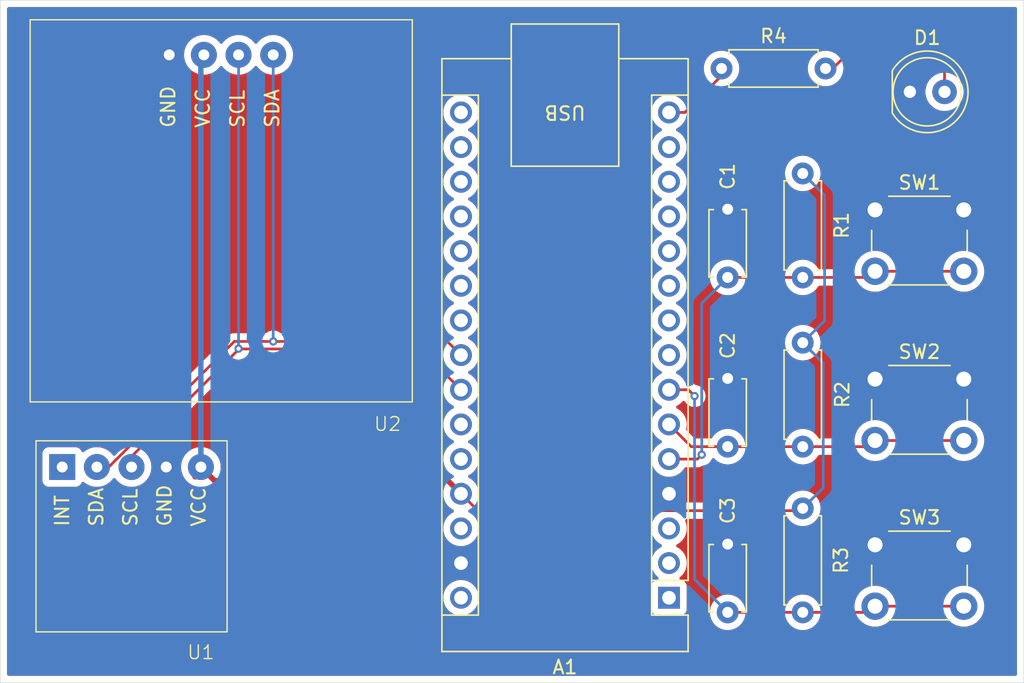
<source format=kicad_pcb>
(kicad_pcb (version 20241229) (generator "pcbnew") (generator_version "9.0")
  (layers (0 "F.Cu" signal "Front") (4 "In1.Cu" signal) (6 "In2.Cu" signal) (2 "B.Cu" signal "Back") (13 "F.Paste" user) (15 "B.Paste" user) (5 "F.SilkS" user "F.Silkscreen") (7 "B.SilkS" user "B.Silkscreen") (1 "F.Mask" user) (3 "B.Mask" user) (25 "Edge.Cuts" user))
  (net 0 "")
  (net 2 "GND")
  (net 3 "SCL")
  (net 5 "Net-(A1-D12)")
  (net 12 "D4")
  (net 14 "SDA")
  (net 15 "D2")
  (net 19 "+5V")
  (net 26 "D3")
  (net 30 "Net-(D1-A)")
  (footprint "Resistor_THT:R_Axial_DIN0207_L6.3mm_D2.5mm_P7.62mm_Horizontal" (layer "F.Cu") (at 174.8 115.23 -90)
    (property "Reference" "R3" (at 3.81 -2.8 90) (layer "F.SilkS"))
    (property "Value" "1K")
    (fp_line (start 0.54 1.37) (end 7.08 1.37) (stroke (width 0.12)) (layer "F.SilkS"))
    (fp_line (start 7.08 1.37) (end 7.08 1.04) (stroke (width 0.12)) (layer "F.SilkS"))
    (fp_line (start 0.54 1.04) (end 0.54 1.37) (stroke (width 0.12)) (layer "F.SilkS"))
    (fp_line (start 0.54 -1.04) (end 0.54 -1.37) (stroke (width 0.12)) (layer "F.SilkS"))
    (fp_line (start 0.54 -1.37) (end 7.08 -1.37) (stroke (width 0.12)) (layer "F.SilkS"))
    (fp_line (start 7.08 -1.37) (end 7.08 -1.04) (stroke (width 0.12)) (layer "F.SilkS"))
    (pad "1" thru_hole circle (at 0 0 270) (size 1.6 1.6) (drill 0.8) (layers "*.Cu" "*.Mask") (net 19 "+5V"))
    (pad "2" thru_hole circle (at 7.62 0 270) (size 1.6 1.6) (drill 0.8) (layers "*.Cu" "*.Mask") (net 12 "D4"))
  )
  (footprint "Resistor_THT:R_Axial_DIN0207_L6.3mm_D2.5mm_P7.62mm_Horizontal" (layer "F.Cu") (at 168.85 83)
    (property "Reference" "R4" (at 3.81 -2.37 0) (layer "F.SilkS"))
    (property "Value" "1K")
    (fp_line (start 0.54 -1.37) (end 7.08 -1.37) (stroke (width 0.12)) (layer "F.SilkS"))
    (fp_line (start 0.54 -1.04) (end 0.54 -1.37) (stroke (width 0.12)) (layer "F.SilkS"))
    (fp_line (start 0.54 1.04) (end 0.54 1.37) (stroke (width 0.12)) (layer "F.SilkS"))
    (fp_line (start 0.54 1.37) (end 7.08 1.37) (stroke (width 0.12)) (layer "F.SilkS"))
    (fp_line (start 7.08 -1.37) (end 7.08 -1.04) (stroke (width 0.12)) (layer "F.SilkS"))
    (fp_line (start 7.08 1.37) (end 7.08 1.04) (stroke (width 0.12)) (layer "F.SilkS"))
    (pad "1" thru_hole circle (at 0 0) (size 1.6 1.6) (drill 0.8) (layers "*.Cu" "*.Mask") (net 5 "Net-(A1-D12)"))
    (pad "2" thru_hole circle (at 7.62 0) (size 1.6 1.6) (drill 0.8) (layers "*.Cu" "*.Mask") (net 30 "Net-(D1-A)"))
  )
  (footprint "Resistor_THT:R_Axial_DIN0207_L6.3mm_D2.5mm_P7.62mm_Horizontal" (layer "F.Cu") (at 174.8 90.69 -90)
    (property "Reference" "R1" (at 3.81 -2.85 90) (layer "F.SilkS"))
    (property "Value" "1K")
    (fp_line (start 0.54 1.37) (end 7.08 1.37) (stroke (width 0.12)) (layer "F.SilkS"))
    (fp_line (start 7.08 1.37) (end 7.08 1.04) (stroke (width 0.12)) (layer "F.SilkS"))
    (fp_line (start 0.54 1.04) (end 0.54 1.37) (stroke (width 0.12)) (layer "F.SilkS"))
    (fp_line (start 0.54 -1.04) (end 0.54 -1.37) (stroke (width 0.12)) (layer "F.SilkS"))
    (fp_line (start 0.54 -1.37) (end 7.08 -1.37) (stroke (width 0.12)) (layer "F.SilkS"))
    (fp_line (start 7.08 -1.37) (end 7.08 -1.04) (stroke (width 0.12)) (layer "F.SilkS"))
    (pad "1" thru_hole circle (at 0 0 270) (size 1.6 1.6) (drill 0.8) (layers "*.Cu" "*.Mask") (net 19 "+5V"))
    (pad "2" thru_hole circle (at 7.62 0 270) (size 1.6 1.6) (drill 0.8) (layers "*.Cu" "*.Mask") (net 15 "D2"))
  )
  (footprint "spo2_stuff:SSD1306" (layer "F.Cu") (at 132.19 93.43)
    (property "Reference" "U2" (at 12.192 15.621 0) (layer "F.SilkS") (effects (font (thickness 0.1))))
    (property "Value" "SSD1306")
    (fp_line (start -14 -14) (end 14 -14) (stroke (width 0.1)) (layer "F.SilkS"))
    (fp_line (start -14 14) (end -14 -14) (stroke (width 0.1)) (layer "F.SilkS"))
    (fp_line (start 14 -14) (end 14 14) (stroke (width 0.1)) (layer "F.SilkS"))
    (fp_line (start 14 14) (end -14 14) (stroke (width 0.1)) (layer "F.SilkS"))
    (fp_text user "VCC" (at -0.762 -6 90) (layer "F.SilkS") (effects (justify left bottom)))
    (fp_text user "SDA" (at 4.318 -6 90) (layer "F.SilkS") (effects (justify left bottom)))
    (fp_text user "GND" (at -3.302 -6 90) (layer "F.SilkS") (effects (justify left bottom)))
    (fp_text user "SCL" (at 1.778 -6 90) (layer "F.SilkS") (effects (justify left bottom)))
    (pad "1" thru_hole rect (at -3.81 -11.43) (size 1.905 1.905) (drill 0.8) (layers "*.Cu" "*.Mask") (net 2 "GND"))
    (pad "2" thru_hole circle (at -1.27 -11.43) (size 1.905 1.905) (drill 0.8) (layers "*.Cu" "*.Mask") (net 19 "+5V"))
    (pad "3" thru_hole circle (at 1.27 -11.43) (size 1.905 1.905) (drill 0.8) (layers "*.Cu" "*.Mask") (net 3 "SCL"))
    (pad "4" thru_hole circle (at 3.81 -11.43) (size 1.905 1.905) (drill 0.8) (layers "*.Cu" "*.Mask") (net 14 "SDA"))
  )
  (footprint "Capacitor_THT:C_Disc_D4.7mm_W2.5mm_P5.00mm" (layer "F.Cu") (at 169.3 98.31 90)
    (property "Reference" "C1" (at 7.4 0 90) (layer "F.SilkS"))
    (property "Value" "100n")
    (fp_line (start 4.97 -1.37) (end 4.97 -1.04) (stroke (width 0.12)) (layer "F.SilkS"))
    (fp_line (start 0.03 -1.37) (end 4.97 -1.37) (stroke (width 0.12)) (layer "F.SilkS"))
    (fp_line (start 0.03 -1.37) (end 0.03 -1.04) (stroke (width 0.12)) (layer "F.SilkS"))
    (fp_line (start 4.97 1.04) (end 4.97 1.37) (stroke (width 0.12)) (layer "F.SilkS"))
    (fp_line (start 0.03 1.04) (end 0.03 1.37) (stroke (width 0.12)) (layer "F.SilkS"))
    (fp_line (start 0.03 1.37) (end 4.97 1.37) (stroke (width 0.12)) (layer "F.SilkS"))
    (pad "1" thru_hole circle (at 0 0 90) (size 1.6 1.6) (drill 0.8) (layers "*.Cu" "*.Mask") (net 15 "D2"))
    (pad "2" thru_hole circle (at 5 0 90) (size 1.6 1.6) (drill 0.8) (layers "*.Cu" "*.Mask") (net 2 "GND"))
  )
  (footprint "spo2_stuff:MAX30102_MODULE" (layer "F.Cu") (at 125.62 117.28)
    (property "Reference" "U1" (at 5.08 8.5 0) (layer "F.SilkS") (effects (font (thickness 0.1))))
    (property "Value" "MAX30102")
    (fp_line (start -7 -7) (end 7 -7) (stroke (width 0.1)) (layer "F.SilkS"))
    (fp_line (start -7 7) (end -7 -7) (stroke (width 0.1)) (layer "F.SilkS"))
    (fp_line (start 7 -7) (end 7 7) (stroke (width 0.1)) (layer "F.SilkS"))
    (fp_line (start 7 7) (end -7 7) (stroke (width 0.1)) (layer "F.SilkS"))
    (fp_text user "GND" (at 3 -0.635 90) (layer "F.SilkS") (effects (justify left bottom)))
    (fp_text user "SDA" (at -2 -0.635 90) (layer "F.SilkS") (effects (justify left bottom)))
    (fp_text user "SCL" (at 0.5 -0.635 90) (layer "F.SilkS") (effects (justify left bottom)))
    (fp_text user "INT" (at -4.5 -0.635 90) (layer "F.SilkS") (effects (justify left bottom)))
    (fp_text user "VCC" (at 5.5 -0.635 90) (layer "F.SilkS") (effects (justify left bottom)))
    (pad "1" thru_hole rect (at -5.08 -5.08) (size 1.905 1.905) (drill 0.8) (layers "*.Cu" "*.Mask"))
    (pad "2" thru_hole circle (at -2.54 -5.08) (size 1.905 1.905) (drill 0.8) (layers "*.Cu" "*.Mask") (net 14 "SDA"))
    (pad "3" thru_hole circle (at 0 -5.08 0.8) (size 1.905 1.905) (drill 0.8) (layers "*.Cu" "*.Mask") (net 3 "SCL"))
    (pad "4" thru_hole circle (at 2.54 -5.08 0.8) (size 1.905 1.905) (drill 0.8) (layers "*.Cu" "*.Mask") (net 2 "GND"))
    (pad "5" thru_hole circle (at 5.08 -5.08) (size 1.905 1.905) (drill 0.8) (layers "*.Cu" "*.Mask") (net 19 "+5V"))
  )
  (footprint "LED_THT:LED_D5.0mm" (layer "F.Cu") (at 182.65 84.71)
    (property "Reference" "D1" (at 1.27 -3.96 0) (layer "F.SilkS"))
    (property "Value" "LED")
    (fp_line (start -1.29 -1.545) (end -1.29 1.545) (stroke (width 0.12)) (layer "F.SilkS"))
    (fp_arc (start -1.29 -1.54483) (mid 2.071779 -2.880495) (end 4.26 0) (stroke (width 0.12)) (layer "F.SilkS"))
    (fp_arc (start 4.26 0) (mid 2.071779 2.880495) (end -1.29 1.54483) (stroke (width 0.12)) (layer "F.SilkS"))
    (fp_circle (center 1.27 0) (end 3.77 0) (stroke (width 0.12)) (fill no) (layer "F.SilkS"))
    (pad "1" thru_hole rect (at 0 0) (size 1.8 1.8) (drill 0.9) (layers "*.Cu" "*.Mask") (net 2 "GND"))
    (pad "2" thru_hole circle (at 2.54 0) (size 1.8 1.8) (drill 0.9) (layers "*.Cu" "*.Mask") (net 30 "Net-(D1-A)"))
  )
  (footprint "Module:Arduino_Nano" (layer "F.Cu") (at 165 121.78 180)
    (property "Reference" "A1" (at 7.62 -5.08 0) (layer "F.SilkS"))
    (property "Value" "Arduino_Nano_v3.x")
    (fp_line (start 16.64 39.5) (end 16.64 -3.94) (stroke (width 0.12)) (layer "F.SilkS"))
    (fp_line (start 16.64 39.5) (end 11.56 39.5) (stroke (width 0.12)) (layer "F.SilkS"))
    (fp_line (start 16.64 -3.94) (end -1.4 -3.94) (stroke (width 0.12)) (layer "F.SilkS"))
    (fp_line (start 13.97 36.83) (end 16.64 36.83) (stroke (width 0.12)) (layer "F.SilkS"))
    (fp_line (start 13.97 -1.27) (end 16.64 -1.27) (stroke (width 0.12)) (layer "F.SilkS"))
    (fp_line (start 13.97 -1.27) (end 13.97 36.83) (stroke (width 0.12)) (layer "F.SilkS"))
    (fp_line (start 11.56 42.04) (end 3.68 42.04) (stroke (width 0.12)) (layer "F.SilkS"))
    (fp_line (start 11.56 31.62) (end 11.56 42.04) (stroke (width 0.12)) (layer "F.SilkS"))
    (fp_line (start 3.68 42.04) (end 3.68 31.62) (stroke (width 0.12)) (layer "F.SilkS"))
    (fp_line (start 3.68 31.62) (end 11.56 31.62) (stroke (width 0.12)) (layer "F.SilkS"))
    (fp_line (start 1.27 36.83) (end -1.4 36.83) (stroke (width 0.12)) (layer "F.SilkS"))
    (fp_line (start 1.27 1.27) (end 1.27 36.83) (stroke (width 0.12)) (layer "F.SilkS"))
    (fp_line (start 1.27 1.27) (end 1.27 -1.27) (stroke (width 0.12)) (layer "F.SilkS"))
    (fp_line (start 1.27 1.27) (end -1.4 1.27) (stroke (width 0.12)) (layer "F.SilkS"))
    (fp_line (start 1.27 -1.27) (end -1.4 -1.27) (stroke (width 0.12)) (layer "F.SilkS"))
    (fp_line (start -1.4 39.5) (end 3.68 39.5) (stroke (width 0.12)) (layer "F.SilkS"))
    (fp_line (start -1.4 1.27) (end -1.4 39.5) (stroke (width 0.12)) (layer "F.SilkS"))
    (fp_line (start -1.4 -3.94) (end -1.4 -1.27) (stroke (width 0.12)) (layer "F.SilkS"))
    (fp_text user "USB" (at 7.62 35.56 180) (layer "F.SilkS"))
    (pad "1" thru_hole rect (at 0 0 180) (size 1.6 1.6) (drill 1) (layers "*.Cu" "*.Mask"))
    (pad "2" thru_hole oval (at 0 2.54 180) (size 1.6 1.6) (drill 1) (layers "*.Cu" "*.Mask"))
    (pad "3" thru_hole oval (at 0 5.08 180) (size 1.6 1.6) (drill 1) (layers "*.Cu" "*.Mask"))
    (pad "4" thru_hole oval (at 0 7.62 180) (size 1.6 1.6) (drill 1) (layers "*.Cu" "*.Mask") (net 2 "GND"))
    (pad "5" thru_hole oval (at 0 10.16 180) (size 1.6 1.6) (drill 1) (layers "*.Cu" "*.Mask") (net 15 "D2"))
    (pad "6" thru_hole oval (at 0 12.7 180) (size 1.6 1.6) (drill 1) (layers "*.Cu" "*.Mask") (net 26 "D3"))
    (pad "7" thru_hole oval (at 0 15.24 180) (size 1.6 1.6) (drill 1) (layers "*.Cu" "*.Mask") (net 12 "D4"))
    (pad "8" thru_hole oval (at 0 17.78 180) (size 1.6 1.6) (drill 1) (layers "*.Cu" "*.Mask"))
    (pad "9" thru_hole oval (at 0 20.32 180) (size 1.6 1.6) (drill 1) (layers "*.Cu" "*.Mask"))
    (pad "10" thru_hole oval (at 0 22.86 180) (size 1.6 1.6) (drill 1) (layers "*.Cu" "*.Mask"))
    (pad "11" thru_hole oval (at 0 25.4 180) (size 1.6 1.6) (drill 1) (layers "*.Cu" "*.Mask"))
    (pad "12" thru_hole oval (at 0 27.94 180) (size 1.6 1.6) (drill 1) (layers "*.Cu" "*.Mask"))
    (pad "13" thru_hole oval (at 0 30.48 180) (size 1.6 1.6) (drill 1) (layers "*.Cu" "*.Mask"))
    (pad "14" thru_hole oval (at 0 33.02 180) (size 1.6 1.6) (drill 1) (layers "*.Cu" "*.Mask"))
    (pad "15" thru_hole oval (at 0 35.56 180) (size 1.6 1.6) (drill 1) (layers "*.Cu" "*.Mask") (net 5 "Net-(A1-D12)"))
    (pad "16" thru_hole oval (at 15.24 35.56 180) (size 1.6 1.6) (drill 1) (layers "*.Cu" "*.Mask"))
    (pad "17" thru_hole oval (at 15.24 33.02 180) (size 1.6 1.6) (drill 1) (layers "*.Cu" "*.Mask"))
    (pad "18" thru_hole oval (at 15.24 30.48 180) (size 1.6 1.6) (drill 1) (layers "*.Cu" "*.Mask"))
    (pad "19" thru_hole oval (at 15.24 27.94 180) (size 1.6 1.6) (drill 1) (layers "*.Cu" "*.Mask"))
    (pad "20" thru_hole oval (at 15.24 25.4 180) (size 1.6 1.6) (drill 1) (layers "*.Cu" "*.Mask"))
    (pad "21" thru_hole oval (at 15.24 22.86 180) (size 1.6 1.6) (drill 1) (layers "*.Cu" "*.Mask"))
    (pad "22" thru_hole oval (at 15.24 20.32 180) (size 1.6 1.6) (drill 1) (layers "*.Cu" "*.Mask"))
    (pad "23" thru_hole oval (at 15.24 17.78 180) (size 1.6 1.6) (drill 1) (layers "*.Cu" "*.Mask") (net 14 "SDA"))
    (pad "24" thru_hole oval (at 15.24 15.24 180) (size 1.6 1.6) (drill 1) (layers "*.Cu" "*.Mask") (net 3 "SCL"))
    (pad "25" thru_hole oval (at 15.24 12.7 180) (size 1.6 1.6) (drill 1) (layers "*.Cu" "*.Mask"))
    (pad "26" thru_hole oval (at 15.24 10.16 180) (size 1.6 1.6) (drill 1) (layers "*.Cu" "*.Mask"))
    (pad "27" thru_hole oval (at 15.24 7.62 180) (size 1.6 1.6) (drill 1) (layers "*.Cu" "*.Mask") (net 19 "+5V"))
    (pad "28" thru_hole oval (at 15.24 5.08 180) (size 1.6 1.6) (drill 1) (layers "*.Cu" "*.Mask"))
    (pad "29" thru_hole oval (at 15.24 2.54 180) (size 1.6 1.6) (drill 1) (layers "*.Cu" "*.Mask") (net 2 "GND"))
    (pad "30" thru_hole oval (at 15.24 0 180) (size 1.6 1.6) (drill 1) (layers "*.Cu" "*.Mask"))
  )
  (footprint "Button_Switch_THT:SW_PUSH_6mm" (layer "F.Cu") (at 180.1 105.76)
    (property "Reference" "SW2" (at 3.25 -2 0) (layer "F.SilkS"))
    (property "Value" "SW_Push")
    (fp_line (start -0.25 1.5) (end -0.25 3) (stroke (width 0.12)) (layer "F.SilkS"))
    (fp_line (start 1 5.5) (end 5.5 5.5) (stroke (width 0.12)) (layer "F.SilkS"))
    (fp_line (start 5.5 -1) (end 1 -1) (stroke (width 0.12)) (layer "F.SilkS"))
    (fp_line (start 6.75 3) (end 6.75 1.5) (stroke (width 0.12)) (layer "F.SilkS"))
    (pad "1" thru_hole circle (at 0 0 90) (size 2 2) (drill 1.1) (layers "*.Cu" "*.Mask") (net 2 "GND"))
    (pad "1" thru_hole circle (at 6.5 0 90) (size 2 2) (drill 1.1) (layers "*.Cu" "*.Mask") (net 2 "GND"))
    (pad "2" thru_hole circle (at 0 4.5 90) (size 2 2) (drill 1.1) (layers "*.Cu" "*.Mask") (net 26 "D3"))
    (pad "2" thru_hole circle (at 6.5 4.5 90) (size 2 2) (drill 1.1) (layers "*.Cu" "*.Mask") (net 26 "D3"))
  )
  (footprint "Capacitor_THT:C_Disc_D4.7mm_W2.5mm_P5.00mm" (layer "F.Cu") (at 169.3 110.71 90)
    (property "Reference" "C2" (at 7.4 0 90) (layer "F.SilkS"))
    (property "Value" "100n")
    (fp_line (start 4.97 -1.37) (end 4.97 -1.04) (stroke (width 0.12)) (layer "F.SilkS"))
    (fp_line (start 0.03 -1.37) (end 4.97 -1.37) (stroke (width 0.12)) (layer "F.SilkS"))
    (fp_line (start 0.03 -1.37) (end 0.03 -1.04) (stroke (width 0.12)) (layer "F.SilkS"))
    (fp_line (start 4.97 1.04) (end 4.97 1.37) (stroke (width 0.12)) (layer "F.SilkS"))
    (fp_line (start 0.03 1.04) (end 0.03 1.37) (stroke (width 0.12)) (layer "F.SilkS"))
    (fp_line (start 0.03 1.37) (end 4.97 1.37) (stroke (width 0.12)) (layer "F.SilkS"))
    (pad "1" thru_hole circle (at 0 0 90) (size 1.6 1.6) (drill 0.8) (layers "*.Cu" "*.Mask") (net 26 "D3"))
    (pad "2" thru_hole circle (at 5 0 90) (size 1.6 1.6) (drill 0.8) (layers "*.Cu" "*.Mask") (net 2 "GND"))
  )
  (footprint "Resistor_THT:R_Axial_DIN0207_L6.3mm_D2.5mm_P7.62mm_Horizontal" (layer "F.Cu") (at 174.8 103.09 -90)
    (property "Reference" "R2" (at 3.81 -2.9 90) (layer "F.SilkS"))
    (property "Value" "1K")
    (fp_line (start 0.54 1.37) (end 7.08 1.37) (stroke (width 0.12)) (layer "F.SilkS"))
    (fp_line (start 7.08 1.37) (end 7.08 1.04) (stroke (width 0.12)) (layer "F.SilkS"))
    (fp_line (start 0.54 1.04) (end 0.54 1.37) (stroke (width 0.12)) (layer "F.SilkS"))
    (fp_line (start 0.54 -1.04) (end 0.54 -1.37) (stroke (width 0.12)) (layer "F.SilkS"))
    (fp_line (start 0.54 -1.37) (end 7.08 -1.37) (stroke (width 0.12)) (layer "F.SilkS"))
    (fp_line (start 7.08 -1.37) (end 7.08 -1.04) (stroke (width 0.12)) (layer "F.SilkS"))
    (pad "1" thru_hole circle (at 0 0 270) (size 1.6 1.6) (drill 0.8) (layers "*.Cu" "*.Mask") (net 19 "+5V"))
    (pad "2" thru_hole circle (at 7.62 0 270) (size 1.6 1.6) (drill 0.8) (layers "*.Cu" "*.Mask") (net 26 "D3"))
  )
  (footprint "Capacitor_THT:C_Disc_D4.7mm_W2.5mm_P5.00mm" (layer "F.Cu") (at 169.3 122.85 90)
    (property "Reference" "C3" (at 7.45 0 90) (layer "F.SilkS"))
    (property "Value" "100n")
    (fp_line (start 4.97 -1.37) (end 4.97 -1.04) (stroke (width 0.12)) (layer "F.SilkS"))
    (fp_line (start 0.03 -1.37) (end 4.97 -1.37) (stroke (width 0.12)) (layer "F.SilkS"))
    (fp_line (start 0.03 -1.37) (end 0.03 -1.04) (stroke (width 0.12)) (layer "F.SilkS"))
    (fp_line (start 4.97 1.04) (end 4.97 1.37) (stroke (width 0.12)) (layer "F.SilkS"))
    (fp_line (start 0.03 1.04) (end 0.03 1.37) (stroke (width 0.12)) (layer "F.SilkS"))
    (fp_line (start 0.03 1.37) (end 4.97 1.37) (stroke (width 0.12)) (layer "F.SilkS"))
    (pad "1" thru_hole circle (at 0 0 90) (size 1.6 1.6) (drill 0.8) (layers "*.Cu" "*.Mask") (net 12 "D4"))
    (pad "2" thru_hole circle (at 5 0 90) (size 1.6 1.6) (drill 0.8) (layers "*.Cu" "*.Mask") (net 2 "GND"))
  )
  (footprint "Button_Switch_THT:SW_PUSH_6mm" (layer "F.Cu") (at 180.1 93.36)
    (property "Reference" "SW1" (at 3.25 -2 0) (layer "F.SilkS"))
    (property "Value" "SW_Push")
    (fp_line (start -0.25 1.5) (end -0.25 3) (stroke (width 0.12)) (layer "F.SilkS"))
    (fp_line (start 1 5.5) (end 5.5 5.5) (stroke (width 0.12)) (layer "F.SilkS"))
    (fp_line (start 5.5 -1) (end 1 -1) (stroke (width 0.12)) (layer "F.SilkS"))
    (fp_line (start 6.75 3) (end 6.75 1.5) (stroke (width 0.12)) (layer "F.SilkS"))
    (pad "1" thru_hole circle (at 0 0 90) (size 2 2) (drill 1.1) (layers "*.Cu" "*.Mask") (net 2 "GND"))
    (pad "1" thru_hole circle (at 6.5 0 90) (size 2 2) (drill 1.1) (layers "*.Cu" "*.Mask") (net 2 "GND"))
    (pad "2" thru_hole circle (at 0 4.5 90) (size 2 2) (drill 1.1) (layers "*.Cu" "*.Mask") (net 15 "D2"))
    (pad "2" thru_hole circle (at 6.5 4.5 90) (size 2 2) (drill 1.1) (layers "*.Cu" "*.Mask") (net 15 "D2"))
  )
  (footprint "Button_Switch_THT:SW_PUSH_6mm" (layer "F.Cu") (at 180.1 117.9)
    (property "Reference" "SW3" (at 3.25 -2 0) (layer "F.SilkS"))
    (property "Value" "SW_Push")
    (fp_line (start -0.25 1.5) (end -0.25 3) (stroke (width 0.12)) (layer "F.SilkS"))
    (fp_line (start 1 5.5) (end 5.5 5.5) (stroke (width 0.12)) (layer "F.SilkS"))
    (fp_line (start 5.5 -1) (end 1 -1) (stroke (width 0.12)) (layer "F.SilkS"))
    (fp_line (start 6.75 3) (end 6.75 1.5) (stroke (width 0.12)) (layer "F.SilkS"))
    (pad "1" thru_hole circle (at 0 0 90) (size 2 2) (drill 1.1) (layers "*.Cu" "*.Mask") (net 2 "GND"))
    (pad "1" thru_hole circle (at 6.5 0 90) (size 2 2) (drill 1.1) (layers "*.Cu" "*.Mask") (net 2 "GND"))
    (pad "2" thru_hole circle (at 0 4.5 90) (size 2 2) (drill 1.1) (layers "*.Cu" "*.Mask") (net 12 "D4"))
    (pad "2" thru_hole circle (at 6.5 4.5 90) (size 2 2) (drill 1.1) (layers "*.Cu" "*.Mask") (net 12 "D4"))
  )
  (gr_line (start 191 128) (end 191 78) (stroke (width 0.0381)) (layer "Edge.Cuts"))
  (gr_line (start 116 128) (end 191 128) (stroke (width 0.0381)) (layer "Edge.Cuts"))
  (gr_line (start 116 78) (end 116 128) (stroke (width 0.0381)) (layer "Edge.Cuts"))
  (gr_line (start 191 78) (end 116 78) (stroke (width 0.0381)) (layer "Edge.Cuts"))
  (segment (start 133.46 103.59) (end 125.62 111.43) (width 0.2) (layer "F.Cu") (net 3))
  (segment (start 133.46 103.55) (end 146.77 103.55) (width 0.2) (layer "F.Cu") (net 3))
  (segment (start 133.46 103.527) (end 133.46 103.59) (width 0.2) (layer "F.Cu") (net 3))
  (segment (start 125.62 111.43) (end 125.62 112.2) (width 0.2) (layer "F.Cu") (net 3))
  (segment (start 146.77 103.55) (end 149.76 106.54) (width 0.2) (layer "F.Cu") (net 3))
  (segment (start 133.46 103.527) (end 133.46 103.55) (width 0.2) (layer "F.Cu") (net 3))
  (via (at 133.46 103.527) (size 0.6) (drill 0.3) (layers "F.Cu" "B.Cu") (net 3))
  (segment (start 133.46 103.527) (end 133.46 82) (width 0.2) (layer "B.Cu") (net 3))
  (segment (start 165 86.22) (end 166.16 86.22) (width 0.2) (layer "F.Cu") (net 5))
  (segment (start 166.16 86.22) (end 169.38 83) (width 0.2) (layer "F.Cu") (net 5))
  (segment (start 165 106.54) (end 166.413 106.54) (width 0.2) (layer "F.Cu") (net 12))
  (segment (start 169.3 122.85) (end 174.8 122.85) (width 0.2) (layer "F.Cu") (net 12))
  (segment (start 166.413 106.54) (end 166.873 107) (width 0.2) (layer "F.Cu") (net 12))
  (segment (start 179.65 122.85) (end 180.1 122.4) (width 0.2) (layer "F.Cu") (net 12))
  (segment (start 180.1 122.4) (end 186.6 122.4) (width 0.2) (layer "F.Cu") (net 12))
  (segment (start 174.8 122.85) (end 179.65 122.85) (width 0.2) (layer "F.Cu") (net 12))
  (via (at 166.873 107) (size 0.6) (drill 0.3) (layers "F.Cu" "B.Cu") (net 12))
  (segment (start 166.873 107) (end 166.873 120.423) (width 0.2) (layer "B.Cu") (net 12))
  (segment (start 166.873 120.423) (end 169.3 122.85) (width 0.2) (layer "B.Cu") (net 12))
  (segment (start 148.76 103) (end 149.76 104) (width 0.2) (layer "F.Cu") (net 14))
  (segment (start 133.15 103) (end 123.95 112.2) (width 0.2) (layer "F.Cu") (net 14))
  (segment (start 123.95 112.2) (end 123.08 112.2) (width 0.2) (layer "F.Cu") (net 14))
  (segment (start 136 103) (end 133.15 103) (width 0.2) (layer "F.Cu") (net 14))
  (segment (start 136 103) (end 148.76 103) (width 0.2) (layer "F.Cu") (net 14))
  (via (at 136 103) (size 0.6) (drill 0.3) (layers "F.Cu" "B.Cu") (net 14))
  (segment (start 136 103) (end 136 82) (width 0.2) (layer "B.Cu") (net 14))
  (segment (start 174.8 98.31) (end 179.65 98.31) (width 0.2) (layer "F.Cu") (net 15))
  (segment (start 169.3 98.31) (end 174.8 98.31) (width 0.2) (layer "F.Cu") (net 15))
  (segment (start 180.1 97.86) (end 186.6 97.86) (width 0.2) (layer "F.Cu") (net 15))
  (segment (start 167.08 111.62) (end 167.4 111.3) (width 0.2) (layer "F.Cu") (net 15))
  (segment (start 165 111.62) (end 167.08 111.62) (width 0.2) (layer "F.Cu") (net 15))
  (segment (start 179.65 98.31) (end 180.1 97.86) (width 0.2) (layer "F.Cu") (net 15))
  (via (at 167.4 111.3) (size 0.6) (drill 0.3) (layers "F.Cu" "B.Cu") (net 15))
  (segment (start 167.4 111.3) (end 167.4 100.21) (width 0.2) (layer "B.Cu") (net 15))
  (segment (start 167.4 100.21) (end 169.3 98.31) (width 0.2) (layer "B.Cu") (net 15))
  (segment (start 130.7 112.2) (end 131.7 113.2) (width 0.4) (layer "F.Cu") (net 19))
  (segment (start 131.7 113.2) (end 148.8 113.2) (width 0.4) (layer "F.Cu") (net 19))
  (segment (start 174.8 115.23) (end 174.63 115.4) (width 0.2) (layer "F.Cu") (net 19))
  (segment (start 130.27 112.92) (end 130.798697 112.391303) (width 0.4) (layer "F.Cu") (net 19))
  (segment (start 148.8 113.2) (end 149.76 114.16) (width 0.4) (layer "F.Cu") (net 19))
  (segment (start 174.63 115.4) (end 151 115.4) (width 0.2) (layer "F.Cu") (net 19))
  (segment (start 151 115.4) (end 149.76 114.16) (width 0.2) (layer "F.Cu") (net 19))
  (segment (start 174.8 115.23) (end 176.3 113.73) (width 0.2) (layer "B.Cu") (net 19))
  (segment (start 176.4 92.29) (end 174.8 90.69) (width 0.2) (layer "B.Cu") (net 19))
  (segment (start 130.7 112.2) (end 130.7 82.22) (width 0.4) (layer "B.Cu") (net 19))
  (segment (start 130.7 82.22) (end 130.92 82) (width 0.4) (layer "B.Cu") (net 19))
  (segment (start 176.4 101.49) (end 176.4 92.29) (width 0.2) (layer "B.Cu") (net 19))
  (segment (start 176.3 113.73) (end 176.3 104.59) (width 0.2) (layer "B.Cu") (net 19))
  (segment (start 174.8 103.09) (end 176.4 101.49) (width 0.2) (layer "B.Cu") (net 19))
  (segment (start 176.3 104.59) (end 174.8 103.09) (width 0.2) (layer "B.Cu") (net 19))
  (segment (start 180.1 110.26) (end 186.6 110.26) (width 0.2) (layer "F.Cu") (net 26))
  (segment (start 169.3 110.71) (end 166.63 110.71) (width 0.2) (layer "F.Cu") (net 26))
  (segment (start 174.8 110.71) (end 179.65 110.71) (width 0.2) (layer "F.Cu") (net 26))
  (segment (start 166.63 110.71) (end 165 109.08) (width 0.2) (layer "F.Cu") (net 26))
  (segment (start 169.3 110.71) (end 174.8 110.71) (width 0.2) (layer "F.Cu") (net 26))
  (segment (start 179.65 110.71) (end 180.1 110.26) (width 0.2) (layer "F.Cu") (net 26))
  (segment (start 185.19 83.29) (end 185.19 84.71) (width 0.2) (layer "F.Cu") (net 30))
  (segment (start 183.9 82) (end 185.19 83.29) (width 0.2) (layer "F.Cu") (net 30))
  (segment (start 178 82) (end 183.9 82) (width 0.2) (layer "F.Cu") (net 30))
  (segment (start 177 83) (end 178 82) (width 0.2) (layer "F.Cu") (net 30))
  (zone (net 2) (net_name "GND") (layers "F.Cu" "B.Cu") (connect_pads yes (clearance 0.5)) (min_thickness 0.25) (fill yes (thermal_gap 0.5) (thermal_bridge_width 0.5))
    (polygon (pts (xy 116 78) (xy 116 128) (xy 191 128) (xy 191 78)))
  )
)
</source>
